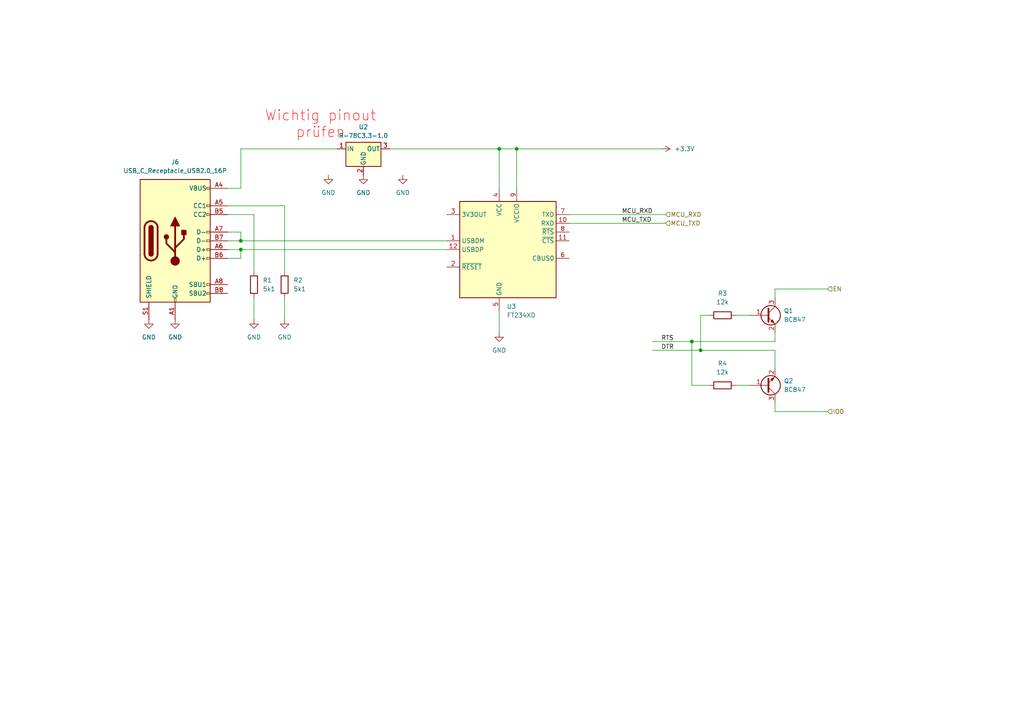
<source format=kicad_sch>
(kicad_sch (version 20231120) (generator "eeschema") (generator_version "8.0")
  (paper "A4")
  (lib_symbols
    (symbol "Connector:USB_C_Receptacle_USB2.0_16P" (pin_names (offset 1.016))
      (property "Reference" "J" (at 0 22.225 0))
      (property "Value" "USB_C_Receptacle_USB2.0_16P" (at 0 19.685 0))
      (symbol "USB_C_Receptacle_USB2.0_16P_0_0"
        (rectangle (start -0.254 -17.78) (end 0.254 -16.764))
        (rectangle (start 10.16 -14.986) (end 9.144 -15.494))
        (rectangle (start 10.16 -12.446) (end 9.144 -12.954))
        (rectangle (start 10.16 -4.826) (end 9.144 -5.334))
        (rectangle (start 10.16 -2.286) (end 9.144 -2.794))
        (rectangle (start 10.16 0.254) (end 9.144 -0.254))
        (rectangle (start 10.16 2.794) (end 9.144 2.286))
        (rectangle (start 10.16 7.874) (end 9.144 7.366))
        (rectangle (start 10.16 10.414) (end 9.144 9.906))
        (rectangle (start 10.16 15.494) (end 9.144 14.986))
      )
      (symbol "USB_C_Receptacle_USB2.0_16P_0_1"
        (rectangle (start -10.16 17.78) (end 10.16 -17.78) (stroke (width 0.254)) (fill (type background)))
        (arc (start -8.89 -3.81) (mid -6.985 -5.7067) (end -5.08 -3.81) (stroke (width 0.508)))
        (arc (start -7.62 -3.81) (mid -6.985 -4.4423) (end -6.35 -3.81) (stroke (width 0.254)))
        (arc (start -7.62 -3.81) (mid -6.985 -4.4423) (end -6.35 -3.81) (stroke (width 0.254)) (fill (type outline)))
        (rectangle (start -7.62 -3.81) (end -6.35 3.81) (stroke (width 0.254)) (fill (type outline)))
        (arc (start -6.35 3.81) (mid -6.985 4.4423) (end -7.62 3.81) (stroke (width 0.254)))
        (arc (start -6.35 3.81) (mid -6.985 4.4423) (end -7.62 3.81) (stroke (width 0.254)) (fill (type outline)))
        (arc (start -5.08 3.81) (mid -6.985 5.7067) (end -8.89 3.81) (stroke (width 0.508)))
        (circle (center -2.54 1.143) (radius 0.635) (stroke (width 0.254)) (fill (type outline)))
        (circle (center 0 -5.842) (radius 1.27) (fill (type outline)))
        (polyline (pts (xy -8.89 -3.81) (xy -8.89 3.81)) (stroke (width 0.508)))
        (polyline (pts (xy -5.08 3.81) (xy -5.08 -3.81)) (stroke (width 0.508)))
        (polyline (pts (xy 0 -5.842) (xy 0 4.318)) (stroke (width 0.508)))
        (polyline (pts (xy 0 -3.302) (xy -2.54 -0.762) (xy -2.54 0.508)) (stroke (width 0.508)))
        (polyline (pts (xy 0 -2.032) (xy 2.54 0.508) (xy 2.54 1.778)) (stroke (width 0.508)))
        (polyline (pts (xy -1.27 4.318) (xy 0 6.858) (xy 1.27 4.318) (xy -1.27 4.318)) (stroke (width 0.254)) (fill (type outline)))
        (rectangle (start 1.905 1.778) (end 3.175 3.048) (stroke (width 0.254)) (fill (type outline)))
      )
      (symbol "USB_C_Receptacle_USB2.0_16P_1_1"
        (pin passive line (at 0 -22.86 90) (length 5.08) (name "GND") (number "A1"))
        (pin passive line (at 0 -22.86 90) (length 5.08) hide (name "GND") (number "A12"))
        (pin passive line (at 15.24 15.24 180) (length 5.08) (name "VBUS") (number "A4"))
        (pin bidirectional line (at 15.24 10.16 180) (length 5.08) (name "CC1") (number "A5"))
        (pin bidirectional line (at 15.24 -2.54 180) (length 5.08) (name "D+") (number "A6"))
        (pin bidirectional line (at 15.24 2.54 180) (length 5.08) (name "D-") (number "A7"))
        (pin bidirectional line (at 15.24 -12.7 180) (length 5.08) (name "SBU1") (number "A8"))
        (pin passive line (at 15.24 15.24 180) (length 5.08) hide (name "VBUS") (number "A9"))
        (pin passive line (at 0 -22.86 90) (length 5.08) hide (name "GND") (number "B1"))
        (pin passive line (at 0 -22.86 90) (length 5.08) hide (name "GND") (number "B12"))
        (pin passive line (at 15.24 15.24 180) (length 5.08) hide (name "VBUS") (number "B4"))
        (pin bidirectional line (at 15.24 7.62 180) (length 5.08) (name "CC2") (number "B5"))
        (pin bidirectional line (at 15.24 -5.08 180) (length 5.08) (name "D+") (number "B6"))
        (pin bidirectional line (at 15.24 0 180) (length 5.08) (name "D-") (number "B7"))
        (pin bidirectional line (at 15.24 -15.24 180) (length 5.08) (name "SBU2") (number "B8"))
        (pin passive line (at 15.24 15.24 180) (length 5.08) hide (name "VBUS") (number "B9"))
        (pin passive line (at -7.62 -22.86 90) (length 5.08) (name "SHIELD") (number "S1"))
      )
    )
    (symbol "Device:R" (pin_numbers hide) (pin_names (offset 0))
      (property "Reference" "R" (at 2.032 0 90))
      (property "Value" "R" (at 0 0 90))
      (symbol "R_0_1"
        (rectangle (start -1.016 -2.54) (end 1.016 2.54) (stroke (width 0.254)))
      )
      (symbol "R_1_1"
        (pin passive line (at 0 3.81 270) (length 1.27) (name "~") (number "1"))
        (pin passive line (at 0 -3.81 90) (length 1.27) (name "~") (number "2"))
      )
    )
    (symbol "Regulator_Switching:R-78C3.3-1.0" (pin_names (offset 0.254))
      (property "Reference" "U" (at -3.81 3.175 0))
      (property "Value" "R-78C3.3-1.0" (at 0 3.175 0))
      (symbol "R-78C3.3-1.0_0_1"
        (rectangle (start -5.08 1.905) (end 5.08 -5.08) (stroke (width 0.254)) (fill (type background)))
      )
      (symbol "R-78C3.3-1.0_1_1"
        (pin power_in line (at -7.62 0 0) (length 2.54) (name "IN") (number "1"))
        (pin power_in line (at 0 -7.62 90) (length 2.54) (name "GND") (number "2"))
        (pin power_out line (at 7.62 0 180) (length 2.54) (name "OUT") (number "3"))
      )
    )
    (symbol "Transistor_BJT:BC847" (pin_names (offset 0) hide)
      (property "Reference" "Q" (at 5.08 1.905 0))
      (property "Value" "BC847" (at 5.08 0 0))
      (symbol "BC847_0_1"
        (polyline (pts (xy 0.635 0.635) (xy 2.54 2.54)))
        (polyline (pts (xy 0.635 -0.635) (xy 2.54 -2.54) (xy 2.54 -2.54)))
        (polyline (pts (xy 0.635 1.905) (xy 0.635 -1.905) (xy 0.635 -1.905)) (stroke (width 0.508)))
        (polyline (pts (xy 1.27 -1.778) (xy 1.778 -1.27) (xy 2.286 -2.286) (xy 1.27 -1.778) (xy 1.27 -1.778)) (fill (type outline)))
        (circle (center 1.27 0) (radius 2.8194) (stroke (width 0.254)))
      )
      (symbol "BC847_1_1"
        (pin input line (at -5.08 0 0) (length 5.715) (name "B") (number "1"))
        (pin passive line (at 2.54 -5.08 90) (length 2.54) (name "E") (number "2"))
        (pin passive line (at 2.54 5.08 270) (length 2.54) (name "C") (number "3"))
      )
    )
    (symbol "ownSymbols:FT234XD"
      (property "Reference" "U" (at -13.462 13.97 0))
      (property "Value" "FT234XD" (at 0 -1.016 0))
      (symbol "FT234XD_0_1"
        (rectangle (start -13.97 12.7) (end 13.97 -15.24) (stroke (width 0.254)) (fill (type background)))
      )
      (symbol "FT234XD_1_1"
        (pin bidirectional line (at -17.78 1.27 0) (length 3.81) (name "USBDM") (number "1"))
        (pin input line (at 17.78 6.35 180) (length 3.81) (name "RXD") (number "10"))
        (pin input line (at 17.78 1.27 180) (length 3.81) (name "~{CTS}") (number "11"))
        (pin bidirectional line (at -17.78 -1.27 0) (length 3.81) (name "USBDP") (number "12"))
        (pin input line (at -17.78 -6.35 0) (length 3.81) (name "~{RESET}") (number "2"))
        (pin power_out line (at -17.78 8.89 0) (length 3.81) (name "3V3OUT") (number "3"))
        (pin power_in line (at -2.54 16.51 270) (length 3.81) (name "VCC") (number "4"))
        (pin power_in line (at -2.54 -19.05 90) (length 3.81) (name "GND") (number "5"))
        (pin bidirectional line (at 17.78 -3.81 180) (length 3.81) (name "CBUS0") (number "6"))
        (pin output line (at 17.78 8.89 180) (length 3.81) (name "TXD") (number "7"))
        (pin output line (at 17.78 3.81 180) (length 3.81) (name "~{RTS}") (number "8"))
        (pin power_in line (at 2.54 16.51 270) (length 3.81) (name "VCCIO") (number "9"))
      )
    )
    (symbol "power:+3.3V" (power) (pin_numbers hide) (pin_names (offset 0) hide)
      (property "Value" "+3.3V" (at 0 3.556 0))
      (symbol "+3.3V_0_1"
        (polyline (pts (xy -0.762 1.27) (xy 0 2.54)))
        (polyline (pts (xy 0 0) (xy 0 2.54)))
        (polyline (pts (xy 0 2.54) (xy 0.762 1.27)))
      )
      (symbol "+3.3V_1_1"
        (pin power_in line (at 0 0 90) (length 0) (name "~") (number "1"))
      )
    )
    (symbol "power:GND" (power) (pin_numbers hide) (pin_names (offset 0) hide)
      (property "Value" "GND" (at 0 -3.81 0))
      (symbol "GND_0_1"
        (polyline (pts (xy 0 0) (xy 0 -1.27) (xy 1.27 -1.27) (xy 0 -2.54) (xy -1.27 -1.27) (xy 0 -1.27)))
      )
      (symbol "GND_1_1"
        (pin power_in line (at 0 0 270) (length 0) (name "~") (number "1"))
      )
    )
  )
  (junction (at 203.2 101.6))
  (junction (at 69.85 69.85))
  (junction (at 69.85 72.39))
  (junction (at 149.86 43.18))
  (junction (at 144.78 43.18))
  (junction (at 200.66 99.06))
  (wire (pts (xy 203.2 91.44) (xy 205.74 91.44)))
  (wire (pts (xy 66.04 69.85) (xy 69.85 69.85)))
  (wire (pts (xy 149.86 54.61) (xy 149.86 43.18)))
  (wire (pts (xy 149.86 43.18) (xy 144.78 43.18)))
  (wire (pts (xy 73.66 62.23) (xy 73.66 78.74)))
  (wire (pts (xy 200.66 111.76) (xy 200.66 99.06)))
  (wire (pts (xy 113.03 43.18) (xy 144.78 43.18)))
  (wire (pts (xy 69.85 74.93) (xy 66.04 74.93)))
  (wire (pts (xy 69.85 69.85) (xy 69.85 67.31)))
  (wire (pts (xy 129.54 69.85) (xy 69.85 69.85)))
  (wire (pts (xy 73.66 86.36) (xy 73.66 92.71)))
  (wire (pts (xy 224.79 116.84) (xy 224.79 119.38)))
  (wire (pts (xy 69.85 54.61) (xy 66.04 54.61)))
  (wire (pts (xy 66.04 62.23) (xy 73.66 62.23)))
  (wire (pts (xy 200.66 99.06) (xy 224.79 99.06)))
  (wire (pts (xy 224.79 101.6) (xy 203.2 101.6)))
  (wire (pts (xy 69.85 54.61) (xy 69.85 43.18)))
  (wire (pts (xy 224.79 83.82) (xy 240.03 83.82)))
  (wire (pts (xy 69.85 72.39) (xy 129.54 72.39)))
  (wire (pts (xy 205.74 111.76) (xy 200.66 111.76)))
  (wire (pts (xy 189.23 99.06) (xy 200.66 99.06)))
  (wire (pts (xy 144.78 90.17) (xy 144.78 96.52)))
  (wire (pts (xy 82.55 59.69) (xy 82.55 78.74)))
  (wire (pts (xy 224.79 101.6) (xy 224.79 106.68)))
  (wire (pts (xy 203.2 101.6) (xy 203.2 91.44)))
  (wire (pts (xy 66.04 59.69) (xy 82.55 59.69)))
  (wire (pts (xy 224.79 86.36) (xy 224.79 83.82)))
  (wire (pts (xy 82.55 86.36) (xy 82.55 92.71)))
  (wire (pts (xy 213.36 91.44) (xy 217.17 91.44)))
  (wire (pts (xy 213.36 111.76) (xy 217.17 111.76)))
  (wire (pts (xy 69.85 72.39) (xy 69.85 74.93)))
  (wire (pts (xy 69.85 67.31) (xy 66.04 67.31)))
  (wire (pts (xy 69.85 43.18) (xy 97.79 43.18)))
  (wire (pts (xy 189.23 101.6) (xy 203.2 101.6)))
  (wire (pts (xy 149.86 43.18) (xy 191.77 43.18)))
  (wire (pts (xy 224.79 119.38) (xy 240.03 119.38)))
  (wire (pts (xy 165.1 64.77) (xy 193.04 64.77)))
  (wire (pts (xy 144.78 43.18) (xy 144.78 54.61)))
  (wire (pts (xy 165.1 62.23) (xy 193.04 62.23)))
  (wire (pts (xy 224.79 99.06) (xy 224.79 96.52)))
  (wire (pts (xy 66.04 72.39) (xy 69.85 72.39)))
  (text "Wichtig pinout\nprüfen" (at 92.964 36.068 0) (effects (font (size 3 3))))
  (label "MCU_RXD" (at 180.34 62.23 0))
  (label "MCU_TXD" (at 180.34 64.77 0))
  (label "DTR" (at 191.77 101.6 0))
  (label "RTS" (at 191.77 99.06 0))
  (hierarchical_label "IO0" (shape input) (at 240.03 119.38 0))
  (hierarchical_label "EN" (shape input) (at 240.03 83.82 0))
  (hierarchical_label "MCU_RXD" (shape input) (at 193.04 62.23 0))
  (hierarchical_label "MCU_TXD" (shape input) (at 193.04 64.77 0))
  (symbol (lib_id "ownSymbols:FT234XD") (at 147.32 71.12 0) (unit 1)
    (property "Reference" "U3" (at 146.9741 88.9 0) (effects (justify left)))
    (property "Value" "FT234XD" (at 146.9741 91.44 0) (effects (justify left)))
    (property "Footprint" "Package_DFN_QFN:DFN-12-1EP_3x3mm_P0.45mm_EP1.65x2.38mm" (effects (hide yes)))
    (property "Datasheet" "https://ftdichip.com/wp-content/uploads/2024/05/DS_FT234XD.pdf" (effects (hide yes)))
    (property "Description" "USB Full Speed to Basic UART IC with USB Charger Detection, DFN-12" (effects (hide yes)))
  )
  (symbol (lib_id "power:GND") (at 105.41 50.8 0) (unit 1)
    (property "Reference" "#PWR08" (effects (hide yes)))
    (property "Value" "GND" (at 105.41 55.88 0))
    (property "Description" "Power symbol creates a global label with name \"GND\" , ground" (effects (hide yes)))
  )
  (symbol (lib_id "power:GND") (at 95.25 50.8 0) (unit 1)
    (property "Reference" "#PWR07" (effects (hide yes)))
    (property "Value" "GND" (at 95.25 55.88 0))
    (property "Description" "Power symbol creates a global label with name \"GND\" , ground" (effects (hide yes)))
  )
  (symbol (lib_id "power:GND") (at 116.84 50.8 0) (unit 1)
    (property "Reference" "#PWR09" (effects (hide yes)))
    (property "Value" "GND" (at 116.84 55.88 0))
    (property "Description" "Power symbol creates a global label with name \"GND\" , ground" (effects (hide yes)))
  )
  (symbol (lib_id "power:GND") (at 73.66 92.71 0) (unit 1)
    (property "Reference" "#PWR03" (effects (hide yes)))
    (property "Value" "GND" (at 73.66 97.79 0))
    (property "Description" "Power symbol creates a global label with name \"GND\" , ground" (effects (hide yes)))
  )
  (symbol (lib_id "power:GND") (at 82.55 92.71 0) (unit 1)
    (property "Reference" "#PWR04" (effects (hide yes)))
    (property "Value" "GND" (at 82.55 97.79 0))
    (property "Description" "Power symbol creates a global label with name \"GND\" , ground" (effects (hide yes)))
  )
  (symbol (lib_id "Device:R") (at 82.55 82.55 0) (unit 1)
    (property "Reference" "R2" (at 85.09 81.2799 0) (effects (justify left)))
    (property "Value" "5k1" (at 85.09 83.8199 0) (effects (justify left)))
    (property "Footprint" "Resistor_SMD:R_0603_1608Metric" (effects (hide yes)))
    (property "Description" "Resistor" (effects (hide yes)))
  )
  (symbol (lib_id "Device:R") (at 209.55 91.44 90) (unit 1)
    (property "Reference" "R3" (at 209.55 85.09 90))
    (property "Value" "12k" (at 209.55 87.63 90))
    (property "Footprint" "Resistor_SMD:R_0603_1608Metric" (effects (hide yes)))
    (property "Description" "Resistor" (effects (hide yes)))
  )
  (symbol (lib_id "Device:R") (at 209.55 111.76 90) (unit 1)
    (property "Reference" "R4" (at 209.55 105.41 90))
    (property "Value" "12k" (at 209.55 107.95 90))
    (property "Footprint" "Resistor_SMD:R_0603_1608Metric" (effects (hide yes)))
    (property "Description" "Resistor" (effects (hide yes)))
  )
  (symbol (lib_id "Transistor_BJT:BC847") (at 222.25 91.44 0) (unit 1)
    (property "Reference" "Q1" (at 227.33 90.1699 0) (effects (justify left)))
    (property "Value" "BC847" (at 227.33 92.7099 0) (effects (justify left)))
    (property "Footprint" "Package_TO_SOT_SMD:SOT-23" (effects (hide yes)))
    (property "Datasheet" "http://www.infineon.com/dgdl/Infineon-BC847SERIES_BC848SERIES_BC849SERIES_BC850SERIES-DS-v01_01-en.pdf?fileId=db3a304314dca389011541d4630a1657" (effects (hide yes)))
    (property "Description" "0.1A Ic, 45V Vce, NPN Transistor, SOT-23" (effects (hide yes)))
  )
  (symbol (lib_id "Device:R") (at 73.66 82.55 0) (unit 1)
    (property "Reference" "R1" (at 76.2 81.2799 0) (effects (justify left)))
    (property "Value" "5k1" (at 76.2 83.8199 0) (effects (justify left)))
    (property "Footprint" "Resistor_SMD:R_0603_1608Metric" (effects (hide yes)))
    (property "Description" "Resistor" (effects (hide yes)))
  )
  (symbol (lib_id "power:GND") (at 50.8 92.71 0) (unit 1)
    (property "Reference" "#PWR02" (effects (hide yes)))
    (property "Value" "GND" (at 50.8 97.79 0))
    (property "Description" "Power symbol creates a global label with name \"GND\" , ground" (effects (hide yes)))
  )
  (symbol (lib_id "Regulator_Switching:R-78C3.3-1.0") (at 105.41 43.18 0) (unit 1)
    (property "Reference" "U2" (at 105.41 36.83 0))
    (property "Value" "R-78C3.3-1.0" (at 105.41 39.37 0))
    (property "Footprint" "Converter_DCDC:Converter_DCDC_RECOM_R-78E-0.5_THT" (effects (hide yes)))
    (property "Datasheet" "https://www.recom-power.com/pdf/Innoline/R-78Cxx-1.0.pdf" (effects (hide yes)))
    (property "Description" "1A Step-Down DC/DC-Regulator, 6-42V input, 3.3V fixed Output Voltage, LM78xx replacement, -40°C to +85°C, SIP3" (effects (hide yes)))
  )
  (symbol (lib_id "power:+3.3V") (at 191.77 43.18 270) (unit 1)
    (property "Reference" "#PWR013" (effects (hide yes)))
    (property "Value" "+3.3V" (at 195.58 43.1799 90) (effects (justify left)))
    (property "Description" "Power symbol creates a global label with name \"+3.3V\"" (effects (hide yes)))
  )
  (symbol (lib_id "power:GND") (at 43.18 92.71 0) (unit 1)
    (property "Reference" "#PWR01" (effects (hide yes)))
    (property "Value" "GND" (at 43.18 97.79 0))
    (property "Description" "Power symbol creates a global label with name \"GND\" , ground" (effects (hide yes)))
  )
  (symbol (lib_id "Transistor_BJT:BC847") (at 222.25 111.76 0) (mirror x) (unit 1)
    (property "Reference" "Q2" (at 227.33 110.4899 0) (effects (justify left)))
    (property "Value" "BC847" (at 227.33 113.0299 0) (effects (justify left)))
    (property "Footprint" "Package_TO_SOT_SMD:SOT-23" (effects (hide yes)))
    (property "Datasheet" "http://www.infineon.com/dgdl/Infineon-BC847SERIES_BC848SERIES_BC849SERIES_BC850SERIES-DS-v01_01-en.pdf?fileId=db3a304314dca389011541d4630a1657" (effects (hide yes)))
    (property "Description" "0.1A Ic, 45V Vce, NPN Transistor, SOT-23" (effects (hide yes)))
  )
  (symbol (lib_id "Connector:USB_C_Receptacle_USB2.0_16P") (at 50.8 69.85 0) (unit 1)
    (property "Reference" "J6" (at 50.8 46.99 0))
    (property "Value" "USB_C_Receptacle_USB2.0_16P" (at 50.8 49.53 0))
    (property "Footprint" "Connector_USB:USB_C_Receptacle_GCT_USB4110" (effects (hide yes)))
    (property "Datasheet" "https://www.usb.org/sites/default/files/documents/usb_type-c.zip" (effects (hide yes)))
    (property "Description" "USB 2.0-only 16P Type-C Receptacle connector" (effects (hide yes)))
  )
  (symbol (lib_id "power:GND") (at 144.78 96.52 0) (unit 1)
    (property "Reference" "#PWR010" (effects (hide yes)))
    (property "Value" "GND" (at 144.78 101.6 0))
    (property "Description" "Power symbol creates a global label with name \"GND\" , ground" (effects (hide yes)))
  )
)
</source>
